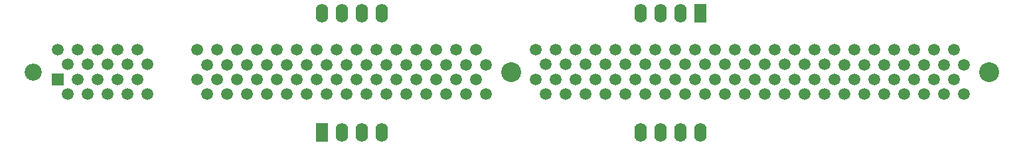
<source format=gbr>
%TF.GenerationSoftware,KiCad,Pcbnew,8.0.9*%
%TF.CreationDate,2025-05-08T22:04:52-05:00*%
%TF.ProjectId,SPD_Demon,5350445f-4465-46d6-9f6e-2e6b69636164,rev?*%
%TF.SameCoordinates,Original*%
%TF.FileFunction,Soldermask,Top*%
%TF.FilePolarity,Negative*%
%FSLAX46Y46*%
G04 Gerber Fmt 4.6, Leading zero omitted, Abs format (unit mm)*
G04 Created by KiCad (PCBNEW 8.0.9) date 2025-05-08 22:04:52*
%MOMM*%
%LPD*%
G01*
G04 APERTURE LIST*
%ADD10R,1.600000X2.400000*%
%ADD11O,1.600000X2.400000*%
%ADD12C,2.184400*%
%ADD13C,2.540000*%
%ADD14R,1.500000X1.500000*%
%ADD15C,1.500000*%
G04 APERTURE END LIST*
D10*
%TO.C,U2*%
X74295000Y-42545000D03*
D11*
X76835000Y-42545000D03*
X79375000Y-42545000D03*
X81915000Y-42545000D03*
X81915000Y-27305000D03*
X79375000Y-27305000D03*
X76835000Y-27305000D03*
X74295000Y-27305000D03*
%TD*%
D12*
%TO.C,J1*%
X37465000Y-34847500D03*
D13*
X98425000Y-34847500D03*
X159385000Y-34847500D03*
D14*
X40640000Y-35800000D03*
D15*
X41910000Y-37690000D03*
X43180000Y-35790000D03*
X44450000Y-37690000D03*
X45720000Y-35790000D03*
X46990000Y-37690000D03*
X48260000Y-35790000D03*
X49530000Y-37690000D03*
X50800000Y-35790000D03*
X52070000Y-37690000D03*
X58420000Y-35800000D03*
X59690000Y-37700000D03*
X60960000Y-35800000D03*
X62230000Y-37700000D03*
X63500000Y-35800000D03*
X64770000Y-37700000D03*
X66040000Y-35800000D03*
X67310000Y-37700000D03*
X68580000Y-35800000D03*
X69850000Y-37700000D03*
X71120000Y-35800000D03*
X72390000Y-37700000D03*
X73660000Y-35800000D03*
X74930000Y-37700000D03*
X76200000Y-35800000D03*
X77470000Y-37700000D03*
X78740000Y-35800000D03*
X80010000Y-37700000D03*
X81280000Y-35800000D03*
X82550000Y-37700000D03*
X83820000Y-35800000D03*
X85090000Y-37700000D03*
X86360000Y-35800000D03*
X87630000Y-37700000D03*
X88900000Y-35800000D03*
X90170000Y-37700000D03*
X91440000Y-35800000D03*
X92710000Y-37700000D03*
X93980000Y-35800000D03*
X95250000Y-37700000D03*
X101600000Y-35790000D03*
X102870000Y-37690000D03*
X104140000Y-35790000D03*
X105410000Y-37690000D03*
X106680000Y-35790000D03*
X107950000Y-37690000D03*
X109220000Y-35790000D03*
X110490000Y-37690000D03*
X111760000Y-35790000D03*
X113030000Y-37690000D03*
X114300000Y-35790000D03*
X115570000Y-37690000D03*
X116840000Y-35790000D03*
X118110000Y-37690000D03*
X119380000Y-35790000D03*
X120650000Y-37690000D03*
X121920000Y-35790000D03*
X123190000Y-37690000D03*
X124460000Y-35790000D03*
X125730000Y-37690000D03*
X127000000Y-35790000D03*
X128270000Y-37690000D03*
X129540000Y-35790000D03*
X130810000Y-37690000D03*
X132080000Y-35790000D03*
X133350000Y-37690000D03*
X134620000Y-35790000D03*
X135890000Y-37690000D03*
X137160000Y-35790000D03*
X138430000Y-37690000D03*
X139700000Y-35805000D03*
X140970000Y-37705000D03*
X142240000Y-35805000D03*
X143510000Y-37705000D03*
X144780000Y-35805000D03*
X146050000Y-37705000D03*
X147320000Y-35805000D03*
X148590000Y-37705000D03*
X149860000Y-35805000D03*
X151130000Y-37705000D03*
X152400000Y-35805000D03*
X153670000Y-37705000D03*
X154940000Y-35805000D03*
X156210000Y-37705000D03*
X40640000Y-31990000D03*
X41910000Y-33895000D03*
X43180000Y-31990000D03*
X44450000Y-33890000D03*
X45720000Y-31990000D03*
X46990000Y-33890000D03*
X48260000Y-31990000D03*
X49530000Y-33890000D03*
X50800000Y-31990000D03*
X52070000Y-33890000D03*
X58420000Y-32000000D03*
X59690000Y-33900000D03*
X60960000Y-32000000D03*
X62230000Y-33900000D03*
X63500000Y-32000000D03*
X64770000Y-33900000D03*
X66040000Y-32000000D03*
X67310000Y-33900000D03*
X68580000Y-32000000D03*
X69850000Y-33900000D03*
X71120000Y-32000000D03*
X72390000Y-33900000D03*
X73660000Y-32000000D03*
X74930000Y-33900000D03*
X76200000Y-32000000D03*
X77470000Y-33900000D03*
X78740000Y-32000000D03*
X80010000Y-33900000D03*
X81280000Y-32000000D03*
X82550000Y-33900000D03*
X83820000Y-32000000D03*
X85090000Y-33900000D03*
X86360000Y-32000000D03*
X87630000Y-33900000D03*
X88900000Y-32000000D03*
X90170000Y-33900000D03*
X91440000Y-32000000D03*
X92710000Y-33900000D03*
X93980000Y-32000000D03*
X95250000Y-33900000D03*
X101600000Y-31990000D03*
X102870000Y-33890000D03*
X104140000Y-31990000D03*
X105410000Y-33890000D03*
X106680000Y-31990000D03*
X107950000Y-33890000D03*
X109220000Y-31990000D03*
X110490000Y-33890000D03*
X111760000Y-31990000D03*
X113030000Y-33890000D03*
X114300000Y-31990000D03*
X115570000Y-33890000D03*
X116840000Y-31990000D03*
X118110000Y-33890000D03*
X119380000Y-31990000D03*
X120650000Y-33890000D03*
X121920000Y-31990000D03*
X123190000Y-33890000D03*
X124460000Y-31990000D03*
X125730000Y-33890000D03*
X127000000Y-31990000D03*
X128270000Y-33890000D03*
X129540000Y-31990000D03*
X130810000Y-33890000D03*
X132080000Y-31990000D03*
X133350000Y-33890000D03*
X134620000Y-31990000D03*
X135890000Y-33890000D03*
X137160000Y-31990000D03*
X138430000Y-33890000D03*
X139700000Y-32005000D03*
X140970000Y-33905000D03*
X142240000Y-32005000D03*
X143510000Y-33905000D03*
X144780000Y-32005000D03*
X146050000Y-33905000D03*
X147320000Y-32005000D03*
X148590000Y-33905000D03*
X149860000Y-32005000D03*
X151130000Y-33905000D03*
X152400000Y-32005000D03*
X153670000Y-33905000D03*
X154940000Y-32005000D03*
X156210000Y-33905000D03*
%TD*%
D10*
%TO.C,U1*%
X122555000Y-27305000D03*
D11*
X120015000Y-27305000D03*
X117475000Y-27305000D03*
X114935000Y-27305000D03*
X114935000Y-42545000D03*
X117475000Y-42545000D03*
X120015000Y-42545000D03*
X122555000Y-42545000D03*
%TD*%
M02*

</source>
